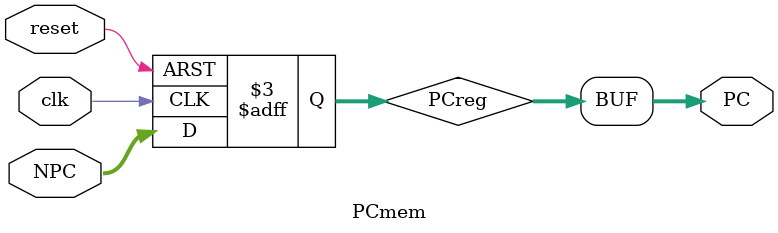
<source format=v>
`timescale 1ns / 1ps
module PCmem(
	input clk,
	input reset,
    input [31:0] NPC,
    output [31:0] PC
    );
	
	reg [31:0] PCreg;
	
	assign PC=PCreg;
	
	initial
	begin
		PCreg<=32'h00003000;
	end

	always @(posedge clk, posedge reset)
	begin
		if(reset)
			PCreg<=32'h00003000;
		else
			PCreg<=NPC;
	end
	
endmodule

</source>
